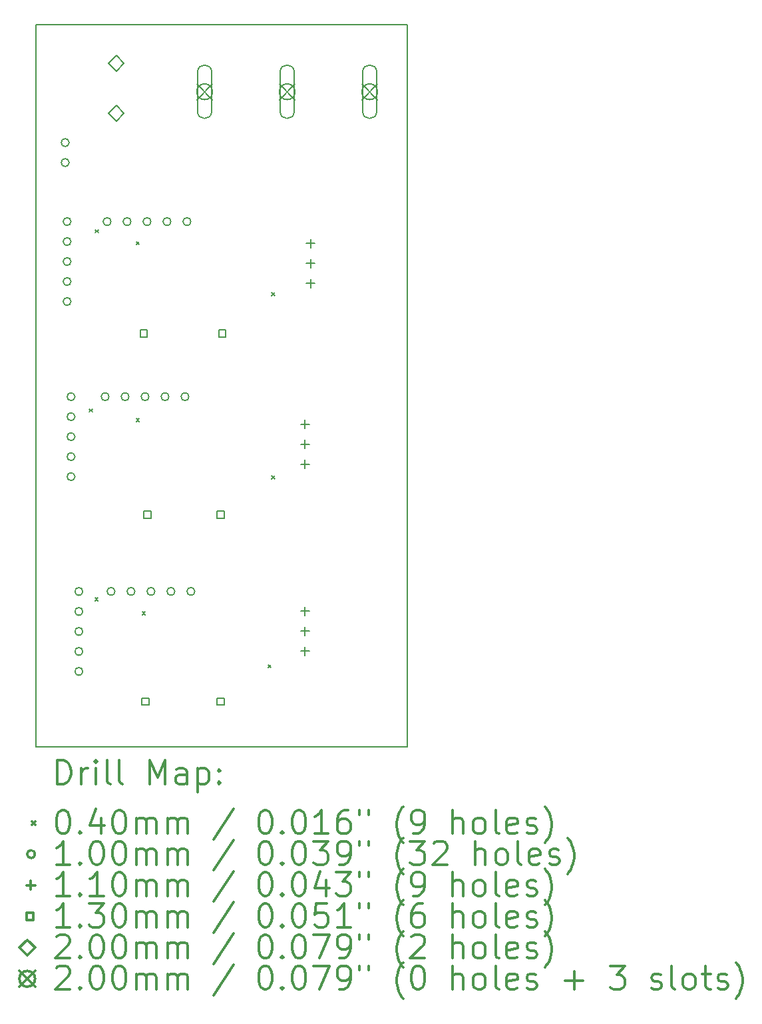
<source format=gbr>
%FSLAX45Y45*%
G04 Gerber Fmt 4.5, Leading zero omitted, Abs format (unit mm)*
G04 Created by KiCad (PCBNEW (5.0.1)-3) date 08.04.2021 14:22:42*
%MOMM*%
%LPD*%
G01*
G04 APERTURE LIST*
%ADD10C,0.150000*%
%ADD11C,0.200000*%
%ADD12C,0.300000*%
G04 APERTURE END LIST*
D10*
X13475000Y-11025000D02*
X13475000Y-1850000D01*
X18200000Y-11025000D02*
X13475000Y-11025000D01*
X18200000Y-1850000D02*
X18200000Y-11025000D01*
X13475000Y-1850000D02*
X18200000Y-1850000D01*
D11*
X14155000Y-6730000D02*
X14195000Y-6770000D01*
X14195000Y-6730000D02*
X14155000Y-6770000D01*
X14230000Y-9130000D02*
X14270000Y-9170000D01*
X14270000Y-9130000D02*
X14230000Y-9170000D01*
X14232316Y-4452931D02*
X14272316Y-4492931D01*
X14272316Y-4452931D02*
X14232316Y-4492931D01*
X14755000Y-4605000D02*
X14795000Y-4645000D01*
X14795000Y-4605000D02*
X14755000Y-4645000D01*
X14755000Y-6855000D02*
X14795000Y-6895000D01*
X14795000Y-6855000D02*
X14755000Y-6895000D01*
X14830000Y-9305000D02*
X14870000Y-9345000D01*
X14870000Y-9305000D02*
X14830000Y-9345000D01*
X16430000Y-9980000D02*
X16470000Y-10020000D01*
X16470000Y-9980000D02*
X16430000Y-10020000D01*
X16480000Y-5255000D02*
X16520000Y-5295000D01*
X16520000Y-5255000D02*
X16480000Y-5295000D01*
X16480000Y-7580000D02*
X16520000Y-7620000D01*
X16520000Y-7580000D02*
X16480000Y-7620000D01*
X14484000Y-9050000D02*
G75*
G03X14484000Y-9050000I-50000J0D01*
G01*
X14738000Y-9050000D02*
G75*
G03X14738000Y-9050000I-50000J0D01*
G01*
X14992000Y-9050000D02*
G75*
G03X14992000Y-9050000I-50000J0D01*
G01*
X15246000Y-9050000D02*
G75*
G03X15246000Y-9050000I-50000J0D01*
G01*
X15500000Y-9050000D02*
G75*
G03X15500000Y-9050000I-50000J0D01*
G01*
X13975000Y-6575000D02*
G75*
G03X13975000Y-6575000I-50000J0D01*
G01*
X13975000Y-6829000D02*
G75*
G03X13975000Y-6829000I-50000J0D01*
G01*
X13975000Y-7083000D02*
G75*
G03X13975000Y-7083000I-50000J0D01*
G01*
X13975000Y-7337000D02*
G75*
G03X13975000Y-7337000I-50000J0D01*
G01*
X13975000Y-7591000D02*
G75*
G03X13975000Y-7591000I-50000J0D01*
G01*
X14075000Y-9050000D02*
G75*
G03X14075000Y-9050000I-50000J0D01*
G01*
X14075000Y-9304000D02*
G75*
G03X14075000Y-9304000I-50000J0D01*
G01*
X14075000Y-9558000D02*
G75*
G03X14075000Y-9558000I-50000J0D01*
G01*
X14075000Y-9812000D02*
G75*
G03X14075000Y-9812000I-50000J0D01*
G01*
X14075000Y-10066000D02*
G75*
G03X14075000Y-10066000I-50000J0D01*
G01*
X13900000Y-3346000D02*
G75*
G03X13900000Y-3346000I-50000J0D01*
G01*
X13900000Y-3600000D02*
G75*
G03X13900000Y-3600000I-50000J0D01*
G01*
X13925000Y-4350000D02*
G75*
G03X13925000Y-4350000I-50000J0D01*
G01*
X13925000Y-4604000D02*
G75*
G03X13925000Y-4604000I-50000J0D01*
G01*
X13925000Y-4858000D02*
G75*
G03X13925000Y-4858000I-50000J0D01*
G01*
X13925000Y-5112000D02*
G75*
G03X13925000Y-5112000I-50000J0D01*
G01*
X13925000Y-5366000D02*
G75*
G03X13925000Y-5366000I-50000J0D01*
G01*
X14434000Y-4350000D02*
G75*
G03X14434000Y-4350000I-50000J0D01*
G01*
X14688000Y-4350000D02*
G75*
G03X14688000Y-4350000I-50000J0D01*
G01*
X14942000Y-4350000D02*
G75*
G03X14942000Y-4350000I-50000J0D01*
G01*
X15196000Y-4350000D02*
G75*
G03X15196000Y-4350000I-50000J0D01*
G01*
X15450000Y-4350000D02*
G75*
G03X15450000Y-4350000I-50000J0D01*
G01*
X14409000Y-6575000D02*
G75*
G03X14409000Y-6575000I-50000J0D01*
G01*
X14663000Y-6575000D02*
G75*
G03X14663000Y-6575000I-50000J0D01*
G01*
X14917000Y-6575000D02*
G75*
G03X14917000Y-6575000I-50000J0D01*
G01*
X15171000Y-6575000D02*
G75*
G03X15171000Y-6575000I-50000J0D01*
G01*
X15425000Y-6575000D02*
G75*
G03X15425000Y-6575000I-50000J0D01*
G01*
X16900000Y-9245000D02*
X16900000Y-9355000D01*
X16845000Y-9300000D02*
X16955000Y-9300000D01*
X16900000Y-9499000D02*
X16900000Y-9609000D01*
X16845000Y-9554000D02*
X16955000Y-9554000D01*
X16900000Y-9753000D02*
X16900000Y-9863000D01*
X16845000Y-9808000D02*
X16955000Y-9808000D01*
X16900000Y-6870000D02*
X16900000Y-6980000D01*
X16845000Y-6925000D02*
X16955000Y-6925000D01*
X16900000Y-7124000D02*
X16900000Y-7234000D01*
X16845000Y-7179000D02*
X16955000Y-7179000D01*
X16900000Y-7378000D02*
X16900000Y-7488000D01*
X16845000Y-7433000D02*
X16955000Y-7433000D01*
X16975000Y-4570000D02*
X16975000Y-4680000D01*
X16920000Y-4625000D02*
X17030000Y-4625000D01*
X16975000Y-4824000D02*
X16975000Y-4934000D01*
X16920000Y-4879000D02*
X17030000Y-4879000D01*
X16975000Y-5078000D02*
X16975000Y-5188000D01*
X16920000Y-5133000D02*
X17030000Y-5133000D01*
X15870962Y-10495962D02*
X15870962Y-10404038D01*
X15779038Y-10404038D01*
X15779038Y-10495962D01*
X15870962Y-10495962D01*
X14920962Y-10495962D02*
X14920962Y-10404038D01*
X14829038Y-10404038D01*
X14829038Y-10495962D01*
X14920962Y-10495962D01*
X15895962Y-5820962D02*
X15895962Y-5729038D01*
X15804038Y-5729038D01*
X15804038Y-5820962D01*
X15895962Y-5820962D01*
X15870962Y-8120962D02*
X15870962Y-8029038D01*
X15779038Y-8029038D01*
X15779038Y-8120962D01*
X15870962Y-8120962D01*
X14945962Y-8120962D02*
X14945962Y-8029038D01*
X14854038Y-8029038D01*
X14854038Y-8120962D01*
X14945962Y-8120962D01*
X14895962Y-5820962D02*
X14895962Y-5729038D01*
X14804038Y-5729038D01*
X14804038Y-5820962D01*
X14895962Y-5820962D01*
X14500000Y-2439949D02*
X14599949Y-2340000D01*
X14500000Y-2240051D01*
X14400051Y-2340000D01*
X14500000Y-2439949D01*
X14500000Y-3074949D02*
X14599949Y-2975000D01*
X14500000Y-2875051D01*
X14400051Y-2975000D01*
X14500000Y-3074949D01*
X15525000Y-2600000D02*
X15725000Y-2800000D01*
X15725000Y-2600000D02*
X15525000Y-2800000D01*
X15725000Y-2700000D02*
G75*
G03X15725000Y-2700000I-100000J0D01*
G01*
X15535000Y-2450000D02*
X15535000Y-2950000D01*
X15715000Y-2450000D02*
X15715000Y-2950000D01*
X15535000Y-2950000D02*
G75*
G03X15715000Y-2950000I90000J0D01*
G01*
X15715000Y-2450000D02*
G75*
G03X15535000Y-2450000I-90000J0D01*
G01*
X16575000Y-2600000D02*
X16775000Y-2800000D01*
X16775000Y-2600000D02*
X16575000Y-2800000D01*
X16775000Y-2700000D02*
G75*
G03X16775000Y-2700000I-100000J0D01*
G01*
X16585000Y-2450000D02*
X16585000Y-2950000D01*
X16765000Y-2450000D02*
X16765000Y-2950000D01*
X16585000Y-2950000D02*
G75*
G03X16765000Y-2950000I90000J0D01*
G01*
X16765000Y-2450000D02*
G75*
G03X16585000Y-2450000I-90000J0D01*
G01*
X17625000Y-2600000D02*
X17825000Y-2800000D01*
X17825000Y-2600000D02*
X17625000Y-2800000D01*
X17825000Y-2700000D02*
G75*
G03X17825000Y-2700000I-100000J0D01*
G01*
X17635000Y-2450000D02*
X17635000Y-2950000D01*
X17815000Y-2450000D02*
X17815000Y-2950000D01*
X17635000Y-2950000D02*
G75*
G03X17815000Y-2950000I90000J0D01*
G01*
X17815000Y-2450000D02*
G75*
G03X17635000Y-2450000I-90000J0D01*
G01*
D12*
X13753928Y-11498214D02*
X13753928Y-11198214D01*
X13825357Y-11198214D01*
X13868214Y-11212500D01*
X13896786Y-11241071D01*
X13911071Y-11269643D01*
X13925357Y-11326786D01*
X13925357Y-11369643D01*
X13911071Y-11426786D01*
X13896786Y-11455357D01*
X13868214Y-11483929D01*
X13825357Y-11498214D01*
X13753928Y-11498214D01*
X14053928Y-11498214D02*
X14053928Y-11298214D01*
X14053928Y-11355357D02*
X14068214Y-11326786D01*
X14082500Y-11312500D01*
X14111071Y-11298214D01*
X14139643Y-11298214D01*
X14239643Y-11498214D02*
X14239643Y-11298214D01*
X14239643Y-11198214D02*
X14225357Y-11212500D01*
X14239643Y-11226786D01*
X14253928Y-11212500D01*
X14239643Y-11198214D01*
X14239643Y-11226786D01*
X14425357Y-11498214D02*
X14396786Y-11483929D01*
X14382500Y-11455357D01*
X14382500Y-11198214D01*
X14582500Y-11498214D02*
X14553928Y-11483929D01*
X14539643Y-11455357D01*
X14539643Y-11198214D01*
X14925357Y-11498214D02*
X14925357Y-11198214D01*
X15025357Y-11412500D01*
X15125357Y-11198214D01*
X15125357Y-11498214D01*
X15396786Y-11498214D02*
X15396786Y-11341071D01*
X15382500Y-11312500D01*
X15353928Y-11298214D01*
X15296786Y-11298214D01*
X15268214Y-11312500D01*
X15396786Y-11483929D02*
X15368214Y-11498214D01*
X15296786Y-11498214D01*
X15268214Y-11483929D01*
X15253928Y-11455357D01*
X15253928Y-11426786D01*
X15268214Y-11398214D01*
X15296786Y-11383929D01*
X15368214Y-11383929D01*
X15396786Y-11369643D01*
X15539643Y-11298214D02*
X15539643Y-11598214D01*
X15539643Y-11312500D02*
X15568214Y-11298214D01*
X15625357Y-11298214D01*
X15653928Y-11312500D01*
X15668214Y-11326786D01*
X15682500Y-11355357D01*
X15682500Y-11441071D01*
X15668214Y-11469643D01*
X15653928Y-11483929D01*
X15625357Y-11498214D01*
X15568214Y-11498214D01*
X15539643Y-11483929D01*
X15811071Y-11469643D02*
X15825357Y-11483929D01*
X15811071Y-11498214D01*
X15796786Y-11483929D01*
X15811071Y-11469643D01*
X15811071Y-11498214D01*
X15811071Y-11312500D02*
X15825357Y-11326786D01*
X15811071Y-11341071D01*
X15796786Y-11326786D01*
X15811071Y-11312500D01*
X15811071Y-11341071D01*
X13427500Y-11972500D02*
X13467500Y-12012500D01*
X13467500Y-11972500D02*
X13427500Y-12012500D01*
X13811071Y-11828214D02*
X13839643Y-11828214D01*
X13868214Y-11842500D01*
X13882500Y-11856786D01*
X13896786Y-11885357D01*
X13911071Y-11942500D01*
X13911071Y-12013929D01*
X13896786Y-12071071D01*
X13882500Y-12099643D01*
X13868214Y-12113929D01*
X13839643Y-12128214D01*
X13811071Y-12128214D01*
X13782500Y-12113929D01*
X13768214Y-12099643D01*
X13753928Y-12071071D01*
X13739643Y-12013929D01*
X13739643Y-11942500D01*
X13753928Y-11885357D01*
X13768214Y-11856786D01*
X13782500Y-11842500D01*
X13811071Y-11828214D01*
X14039643Y-12099643D02*
X14053928Y-12113929D01*
X14039643Y-12128214D01*
X14025357Y-12113929D01*
X14039643Y-12099643D01*
X14039643Y-12128214D01*
X14311071Y-11928214D02*
X14311071Y-12128214D01*
X14239643Y-11813929D02*
X14168214Y-12028214D01*
X14353928Y-12028214D01*
X14525357Y-11828214D02*
X14553928Y-11828214D01*
X14582500Y-11842500D01*
X14596786Y-11856786D01*
X14611071Y-11885357D01*
X14625357Y-11942500D01*
X14625357Y-12013929D01*
X14611071Y-12071071D01*
X14596786Y-12099643D01*
X14582500Y-12113929D01*
X14553928Y-12128214D01*
X14525357Y-12128214D01*
X14496786Y-12113929D01*
X14482500Y-12099643D01*
X14468214Y-12071071D01*
X14453928Y-12013929D01*
X14453928Y-11942500D01*
X14468214Y-11885357D01*
X14482500Y-11856786D01*
X14496786Y-11842500D01*
X14525357Y-11828214D01*
X14753928Y-12128214D02*
X14753928Y-11928214D01*
X14753928Y-11956786D02*
X14768214Y-11942500D01*
X14796786Y-11928214D01*
X14839643Y-11928214D01*
X14868214Y-11942500D01*
X14882500Y-11971071D01*
X14882500Y-12128214D01*
X14882500Y-11971071D02*
X14896786Y-11942500D01*
X14925357Y-11928214D01*
X14968214Y-11928214D01*
X14996786Y-11942500D01*
X15011071Y-11971071D01*
X15011071Y-12128214D01*
X15153928Y-12128214D02*
X15153928Y-11928214D01*
X15153928Y-11956786D02*
X15168214Y-11942500D01*
X15196786Y-11928214D01*
X15239643Y-11928214D01*
X15268214Y-11942500D01*
X15282500Y-11971071D01*
X15282500Y-12128214D01*
X15282500Y-11971071D02*
X15296786Y-11942500D01*
X15325357Y-11928214D01*
X15368214Y-11928214D01*
X15396786Y-11942500D01*
X15411071Y-11971071D01*
X15411071Y-12128214D01*
X15996786Y-11813929D02*
X15739643Y-12199643D01*
X16382500Y-11828214D02*
X16411071Y-11828214D01*
X16439643Y-11842500D01*
X16453928Y-11856786D01*
X16468214Y-11885357D01*
X16482500Y-11942500D01*
X16482500Y-12013929D01*
X16468214Y-12071071D01*
X16453928Y-12099643D01*
X16439643Y-12113929D01*
X16411071Y-12128214D01*
X16382500Y-12128214D01*
X16353928Y-12113929D01*
X16339643Y-12099643D01*
X16325357Y-12071071D01*
X16311071Y-12013929D01*
X16311071Y-11942500D01*
X16325357Y-11885357D01*
X16339643Y-11856786D01*
X16353928Y-11842500D01*
X16382500Y-11828214D01*
X16611071Y-12099643D02*
X16625357Y-12113929D01*
X16611071Y-12128214D01*
X16596786Y-12113929D01*
X16611071Y-12099643D01*
X16611071Y-12128214D01*
X16811071Y-11828214D02*
X16839643Y-11828214D01*
X16868214Y-11842500D01*
X16882500Y-11856786D01*
X16896786Y-11885357D01*
X16911071Y-11942500D01*
X16911071Y-12013929D01*
X16896786Y-12071071D01*
X16882500Y-12099643D01*
X16868214Y-12113929D01*
X16839643Y-12128214D01*
X16811071Y-12128214D01*
X16782500Y-12113929D01*
X16768214Y-12099643D01*
X16753928Y-12071071D01*
X16739643Y-12013929D01*
X16739643Y-11942500D01*
X16753928Y-11885357D01*
X16768214Y-11856786D01*
X16782500Y-11842500D01*
X16811071Y-11828214D01*
X17196786Y-12128214D02*
X17025357Y-12128214D01*
X17111071Y-12128214D02*
X17111071Y-11828214D01*
X17082500Y-11871071D01*
X17053928Y-11899643D01*
X17025357Y-11913929D01*
X17453928Y-11828214D02*
X17396786Y-11828214D01*
X17368214Y-11842500D01*
X17353928Y-11856786D01*
X17325357Y-11899643D01*
X17311071Y-11956786D01*
X17311071Y-12071071D01*
X17325357Y-12099643D01*
X17339643Y-12113929D01*
X17368214Y-12128214D01*
X17425357Y-12128214D01*
X17453928Y-12113929D01*
X17468214Y-12099643D01*
X17482500Y-12071071D01*
X17482500Y-11999643D01*
X17468214Y-11971071D01*
X17453928Y-11956786D01*
X17425357Y-11942500D01*
X17368214Y-11942500D01*
X17339643Y-11956786D01*
X17325357Y-11971071D01*
X17311071Y-11999643D01*
X17596786Y-11828214D02*
X17596786Y-11885357D01*
X17711071Y-11828214D02*
X17711071Y-11885357D01*
X18153928Y-12242500D02*
X18139643Y-12228214D01*
X18111071Y-12185357D01*
X18096786Y-12156786D01*
X18082500Y-12113929D01*
X18068214Y-12042500D01*
X18068214Y-11985357D01*
X18082500Y-11913929D01*
X18096786Y-11871071D01*
X18111071Y-11842500D01*
X18139643Y-11799643D01*
X18153928Y-11785357D01*
X18282500Y-12128214D02*
X18339643Y-12128214D01*
X18368214Y-12113929D01*
X18382500Y-12099643D01*
X18411071Y-12056786D01*
X18425357Y-11999643D01*
X18425357Y-11885357D01*
X18411071Y-11856786D01*
X18396786Y-11842500D01*
X18368214Y-11828214D01*
X18311071Y-11828214D01*
X18282500Y-11842500D01*
X18268214Y-11856786D01*
X18253928Y-11885357D01*
X18253928Y-11956786D01*
X18268214Y-11985357D01*
X18282500Y-11999643D01*
X18311071Y-12013929D01*
X18368214Y-12013929D01*
X18396786Y-11999643D01*
X18411071Y-11985357D01*
X18425357Y-11956786D01*
X18782500Y-12128214D02*
X18782500Y-11828214D01*
X18911071Y-12128214D02*
X18911071Y-11971071D01*
X18896786Y-11942500D01*
X18868214Y-11928214D01*
X18825357Y-11928214D01*
X18796786Y-11942500D01*
X18782500Y-11956786D01*
X19096786Y-12128214D02*
X19068214Y-12113929D01*
X19053928Y-12099643D01*
X19039643Y-12071071D01*
X19039643Y-11985357D01*
X19053928Y-11956786D01*
X19068214Y-11942500D01*
X19096786Y-11928214D01*
X19139643Y-11928214D01*
X19168214Y-11942500D01*
X19182500Y-11956786D01*
X19196786Y-11985357D01*
X19196786Y-12071071D01*
X19182500Y-12099643D01*
X19168214Y-12113929D01*
X19139643Y-12128214D01*
X19096786Y-12128214D01*
X19368214Y-12128214D02*
X19339643Y-12113929D01*
X19325357Y-12085357D01*
X19325357Y-11828214D01*
X19596786Y-12113929D02*
X19568214Y-12128214D01*
X19511071Y-12128214D01*
X19482500Y-12113929D01*
X19468214Y-12085357D01*
X19468214Y-11971071D01*
X19482500Y-11942500D01*
X19511071Y-11928214D01*
X19568214Y-11928214D01*
X19596786Y-11942500D01*
X19611071Y-11971071D01*
X19611071Y-11999643D01*
X19468214Y-12028214D01*
X19725357Y-12113929D02*
X19753928Y-12128214D01*
X19811071Y-12128214D01*
X19839643Y-12113929D01*
X19853928Y-12085357D01*
X19853928Y-12071071D01*
X19839643Y-12042500D01*
X19811071Y-12028214D01*
X19768214Y-12028214D01*
X19739643Y-12013929D01*
X19725357Y-11985357D01*
X19725357Y-11971071D01*
X19739643Y-11942500D01*
X19768214Y-11928214D01*
X19811071Y-11928214D01*
X19839643Y-11942500D01*
X19953928Y-12242500D02*
X19968214Y-12228214D01*
X19996786Y-12185357D01*
X20011071Y-12156786D01*
X20025357Y-12113929D01*
X20039643Y-12042500D01*
X20039643Y-11985357D01*
X20025357Y-11913929D01*
X20011071Y-11871071D01*
X19996786Y-11842500D01*
X19968214Y-11799643D01*
X19953928Y-11785357D01*
X13467500Y-12388500D02*
G75*
G03X13467500Y-12388500I-50000J0D01*
G01*
X13911071Y-12524214D02*
X13739643Y-12524214D01*
X13825357Y-12524214D02*
X13825357Y-12224214D01*
X13796786Y-12267071D01*
X13768214Y-12295643D01*
X13739643Y-12309929D01*
X14039643Y-12495643D02*
X14053928Y-12509929D01*
X14039643Y-12524214D01*
X14025357Y-12509929D01*
X14039643Y-12495643D01*
X14039643Y-12524214D01*
X14239643Y-12224214D02*
X14268214Y-12224214D01*
X14296786Y-12238500D01*
X14311071Y-12252786D01*
X14325357Y-12281357D01*
X14339643Y-12338500D01*
X14339643Y-12409929D01*
X14325357Y-12467071D01*
X14311071Y-12495643D01*
X14296786Y-12509929D01*
X14268214Y-12524214D01*
X14239643Y-12524214D01*
X14211071Y-12509929D01*
X14196786Y-12495643D01*
X14182500Y-12467071D01*
X14168214Y-12409929D01*
X14168214Y-12338500D01*
X14182500Y-12281357D01*
X14196786Y-12252786D01*
X14211071Y-12238500D01*
X14239643Y-12224214D01*
X14525357Y-12224214D02*
X14553928Y-12224214D01*
X14582500Y-12238500D01*
X14596786Y-12252786D01*
X14611071Y-12281357D01*
X14625357Y-12338500D01*
X14625357Y-12409929D01*
X14611071Y-12467071D01*
X14596786Y-12495643D01*
X14582500Y-12509929D01*
X14553928Y-12524214D01*
X14525357Y-12524214D01*
X14496786Y-12509929D01*
X14482500Y-12495643D01*
X14468214Y-12467071D01*
X14453928Y-12409929D01*
X14453928Y-12338500D01*
X14468214Y-12281357D01*
X14482500Y-12252786D01*
X14496786Y-12238500D01*
X14525357Y-12224214D01*
X14753928Y-12524214D02*
X14753928Y-12324214D01*
X14753928Y-12352786D02*
X14768214Y-12338500D01*
X14796786Y-12324214D01*
X14839643Y-12324214D01*
X14868214Y-12338500D01*
X14882500Y-12367071D01*
X14882500Y-12524214D01*
X14882500Y-12367071D02*
X14896786Y-12338500D01*
X14925357Y-12324214D01*
X14968214Y-12324214D01*
X14996786Y-12338500D01*
X15011071Y-12367071D01*
X15011071Y-12524214D01*
X15153928Y-12524214D02*
X15153928Y-12324214D01*
X15153928Y-12352786D02*
X15168214Y-12338500D01*
X15196786Y-12324214D01*
X15239643Y-12324214D01*
X15268214Y-12338500D01*
X15282500Y-12367071D01*
X15282500Y-12524214D01*
X15282500Y-12367071D02*
X15296786Y-12338500D01*
X15325357Y-12324214D01*
X15368214Y-12324214D01*
X15396786Y-12338500D01*
X15411071Y-12367071D01*
X15411071Y-12524214D01*
X15996786Y-12209929D02*
X15739643Y-12595643D01*
X16382500Y-12224214D02*
X16411071Y-12224214D01*
X16439643Y-12238500D01*
X16453928Y-12252786D01*
X16468214Y-12281357D01*
X16482500Y-12338500D01*
X16482500Y-12409929D01*
X16468214Y-12467071D01*
X16453928Y-12495643D01*
X16439643Y-12509929D01*
X16411071Y-12524214D01*
X16382500Y-12524214D01*
X16353928Y-12509929D01*
X16339643Y-12495643D01*
X16325357Y-12467071D01*
X16311071Y-12409929D01*
X16311071Y-12338500D01*
X16325357Y-12281357D01*
X16339643Y-12252786D01*
X16353928Y-12238500D01*
X16382500Y-12224214D01*
X16611071Y-12495643D02*
X16625357Y-12509929D01*
X16611071Y-12524214D01*
X16596786Y-12509929D01*
X16611071Y-12495643D01*
X16611071Y-12524214D01*
X16811071Y-12224214D02*
X16839643Y-12224214D01*
X16868214Y-12238500D01*
X16882500Y-12252786D01*
X16896786Y-12281357D01*
X16911071Y-12338500D01*
X16911071Y-12409929D01*
X16896786Y-12467071D01*
X16882500Y-12495643D01*
X16868214Y-12509929D01*
X16839643Y-12524214D01*
X16811071Y-12524214D01*
X16782500Y-12509929D01*
X16768214Y-12495643D01*
X16753928Y-12467071D01*
X16739643Y-12409929D01*
X16739643Y-12338500D01*
X16753928Y-12281357D01*
X16768214Y-12252786D01*
X16782500Y-12238500D01*
X16811071Y-12224214D01*
X17011071Y-12224214D02*
X17196786Y-12224214D01*
X17096786Y-12338500D01*
X17139643Y-12338500D01*
X17168214Y-12352786D01*
X17182500Y-12367071D01*
X17196786Y-12395643D01*
X17196786Y-12467071D01*
X17182500Y-12495643D01*
X17168214Y-12509929D01*
X17139643Y-12524214D01*
X17053928Y-12524214D01*
X17025357Y-12509929D01*
X17011071Y-12495643D01*
X17339643Y-12524214D02*
X17396786Y-12524214D01*
X17425357Y-12509929D01*
X17439643Y-12495643D01*
X17468214Y-12452786D01*
X17482500Y-12395643D01*
X17482500Y-12281357D01*
X17468214Y-12252786D01*
X17453928Y-12238500D01*
X17425357Y-12224214D01*
X17368214Y-12224214D01*
X17339643Y-12238500D01*
X17325357Y-12252786D01*
X17311071Y-12281357D01*
X17311071Y-12352786D01*
X17325357Y-12381357D01*
X17339643Y-12395643D01*
X17368214Y-12409929D01*
X17425357Y-12409929D01*
X17453928Y-12395643D01*
X17468214Y-12381357D01*
X17482500Y-12352786D01*
X17596786Y-12224214D02*
X17596786Y-12281357D01*
X17711071Y-12224214D02*
X17711071Y-12281357D01*
X18153928Y-12638500D02*
X18139643Y-12624214D01*
X18111071Y-12581357D01*
X18096786Y-12552786D01*
X18082500Y-12509929D01*
X18068214Y-12438500D01*
X18068214Y-12381357D01*
X18082500Y-12309929D01*
X18096786Y-12267071D01*
X18111071Y-12238500D01*
X18139643Y-12195643D01*
X18153928Y-12181357D01*
X18239643Y-12224214D02*
X18425357Y-12224214D01*
X18325357Y-12338500D01*
X18368214Y-12338500D01*
X18396786Y-12352786D01*
X18411071Y-12367071D01*
X18425357Y-12395643D01*
X18425357Y-12467071D01*
X18411071Y-12495643D01*
X18396786Y-12509929D01*
X18368214Y-12524214D01*
X18282500Y-12524214D01*
X18253928Y-12509929D01*
X18239643Y-12495643D01*
X18539643Y-12252786D02*
X18553928Y-12238500D01*
X18582500Y-12224214D01*
X18653928Y-12224214D01*
X18682500Y-12238500D01*
X18696786Y-12252786D01*
X18711071Y-12281357D01*
X18711071Y-12309929D01*
X18696786Y-12352786D01*
X18525357Y-12524214D01*
X18711071Y-12524214D01*
X19068214Y-12524214D02*
X19068214Y-12224214D01*
X19196786Y-12524214D02*
X19196786Y-12367071D01*
X19182500Y-12338500D01*
X19153928Y-12324214D01*
X19111071Y-12324214D01*
X19082500Y-12338500D01*
X19068214Y-12352786D01*
X19382500Y-12524214D02*
X19353928Y-12509929D01*
X19339643Y-12495643D01*
X19325357Y-12467071D01*
X19325357Y-12381357D01*
X19339643Y-12352786D01*
X19353928Y-12338500D01*
X19382500Y-12324214D01*
X19425357Y-12324214D01*
X19453928Y-12338500D01*
X19468214Y-12352786D01*
X19482500Y-12381357D01*
X19482500Y-12467071D01*
X19468214Y-12495643D01*
X19453928Y-12509929D01*
X19425357Y-12524214D01*
X19382500Y-12524214D01*
X19653928Y-12524214D02*
X19625357Y-12509929D01*
X19611071Y-12481357D01*
X19611071Y-12224214D01*
X19882500Y-12509929D02*
X19853928Y-12524214D01*
X19796786Y-12524214D01*
X19768214Y-12509929D01*
X19753928Y-12481357D01*
X19753928Y-12367071D01*
X19768214Y-12338500D01*
X19796786Y-12324214D01*
X19853928Y-12324214D01*
X19882500Y-12338500D01*
X19896786Y-12367071D01*
X19896786Y-12395643D01*
X19753928Y-12424214D01*
X20011071Y-12509929D02*
X20039643Y-12524214D01*
X20096786Y-12524214D01*
X20125357Y-12509929D01*
X20139643Y-12481357D01*
X20139643Y-12467071D01*
X20125357Y-12438500D01*
X20096786Y-12424214D01*
X20053928Y-12424214D01*
X20025357Y-12409929D01*
X20011071Y-12381357D01*
X20011071Y-12367071D01*
X20025357Y-12338500D01*
X20053928Y-12324214D01*
X20096786Y-12324214D01*
X20125357Y-12338500D01*
X20239643Y-12638500D02*
X20253928Y-12624214D01*
X20282500Y-12581357D01*
X20296786Y-12552786D01*
X20311071Y-12509929D01*
X20325357Y-12438500D01*
X20325357Y-12381357D01*
X20311071Y-12309929D01*
X20296786Y-12267071D01*
X20282500Y-12238500D01*
X20253928Y-12195643D01*
X20239643Y-12181357D01*
X13412500Y-12729500D02*
X13412500Y-12839500D01*
X13357500Y-12784500D02*
X13467500Y-12784500D01*
X13911071Y-12920214D02*
X13739643Y-12920214D01*
X13825357Y-12920214D02*
X13825357Y-12620214D01*
X13796786Y-12663071D01*
X13768214Y-12691643D01*
X13739643Y-12705929D01*
X14039643Y-12891643D02*
X14053928Y-12905929D01*
X14039643Y-12920214D01*
X14025357Y-12905929D01*
X14039643Y-12891643D01*
X14039643Y-12920214D01*
X14339643Y-12920214D02*
X14168214Y-12920214D01*
X14253928Y-12920214D02*
X14253928Y-12620214D01*
X14225357Y-12663071D01*
X14196786Y-12691643D01*
X14168214Y-12705929D01*
X14525357Y-12620214D02*
X14553928Y-12620214D01*
X14582500Y-12634500D01*
X14596786Y-12648786D01*
X14611071Y-12677357D01*
X14625357Y-12734500D01*
X14625357Y-12805929D01*
X14611071Y-12863071D01*
X14596786Y-12891643D01*
X14582500Y-12905929D01*
X14553928Y-12920214D01*
X14525357Y-12920214D01*
X14496786Y-12905929D01*
X14482500Y-12891643D01*
X14468214Y-12863071D01*
X14453928Y-12805929D01*
X14453928Y-12734500D01*
X14468214Y-12677357D01*
X14482500Y-12648786D01*
X14496786Y-12634500D01*
X14525357Y-12620214D01*
X14753928Y-12920214D02*
X14753928Y-12720214D01*
X14753928Y-12748786D02*
X14768214Y-12734500D01*
X14796786Y-12720214D01*
X14839643Y-12720214D01*
X14868214Y-12734500D01*
X14882500Y-12763071D01*
X14882500Y-12920214D01*
X14882500Y-12763071D02*
X14896786Y-12734500D01*
X14925357Y-12720214D01*
X14968214Y-12720214D01*
X14996786Y-12734500D01*
X15011071Y-12763071D01*
X15011071Y-12920214D01*
X15153928Y-12920214D02*
X15153928Y-12720214D01*
X15153928Y-12748786D02*
X15168214Y-12734500D01*
X15196786Y-12720214D01*
X15239643Y-12720214D01*
X15268214Y-12734500D01*
X15282500Y-12763071D01*
X15282500Y-12920214D01*
X15282500Y-12763071D02*
X15296786Y-12734500D01*
X15325357Y-12720214D01*
X15368214Y-12720214D01*
X15396786Y-12734500D01*
X15411071Y-12763071D01*
X15411071Y-12920214D01*
X15996786Y-12605929D02*
X15739643Y-12991643D01*
X16382500Y-12620214D02*
X16411071Y-12620214D01*
X16439643Y-12634500D01*
X16453928Y-12648786D01*
X16468214Y-12677357D01*
X16482500Y-12734500D01*
X16482500Y-12805929D01*
X16468214Y-12863071D01*
X16453928Y-12891643D01*
X16439643Y-12905929D01*
X16411071Y-12920214D01*
X16382500Y-12920214D01*
X16353928Y-12905929D01*
X16339643Y-12891643D01*
X16325357Y-12863071D01*
X16311071Y-12805929D01*
X16311071Y-12734500D01*
X16325357Y-12677357D01*
X16339643Y-12648786D01*
X16353928Y-12634500D01*
X16382500Y-12620214D01*
X16611071Y-12891643D02*
X16625357Y-12905929D01*
X16611071Y-12920214D01*
X16596786Y-12905929D01*
X16611071Y-12891643D01*
X16611071Y-12920214D01*
X16811071Y-12620214D02*
X16839643Y-12620214D01*
X16868214Y-12634500D01*
X16882500Y-12648786D01*
X16896786Y-12677357D01*
X16911071Y-12734500D01*
X16911071Y-12805929D01*
X16896786Y-12863071D01*
X16882500Y-12891643D01*
X16868214Y-12905929D01*
X16839643Y-12920214D01*
X16811071Y-12920214D01*
X16782500Y-12905929D01*
X16768214Y-12891643D01*
X16753928Y-12863071D01*
X16739643Y-12805929D01*
X16739643Y-12734500D01*
X16753928Y-12677357D01*
X16768214Y-12648786D01*
X16782500Y-12634500D01*
X16811071Y-12620214D01*
X17168214Y-12720214D02*
X17168214Y-12920214D01*
X17096786Y-12605929D02*
X17025357Y-12820214D01*
X17211071Y-12820214D01*
X17296786Y-12620214D02*
X17482500Y-12620214D01*
X17382500Y-12734500D01*
X17425357Y-12734500D01*
X17453928Y-12748786D01*
X17468214Y-12763071D01*
X17482500Y-12791643D01*
X17482500Y-12863071D01*
X17468214Y-12891643D01*
X17453928Y-12905929D01*
X17425357Y-12920214D01*
X17339643Y-12920214D01*
X17311071Y-12905929D01*
X17296786Y-12891643D01*
X17596786Y-12620214D02*
X17596786Y-12677357D01*
X17711071Y-12620214D02*
X17711071Y-12677357D01*
X18153928Y-13034500D02*
X18139643Y-13020214D01*
X18111071Y-12977357D01*
X18096786Y-12948786D01*
X18082500Y-12905929D01*
X18068214Y-12834500D01*
X18068214Y-12777357D01*
X18082500Y-12705929D01*
X18096786Y-12663071D01*
X18111071Y-12634500D01*
X18139643Y-12591643D01*
X18153928Y-12577357D01*
X18282500Y-12920214D02*
X18339643Y-12920214D01*
X18368214Y-12905929D01*
X18382500Y-12891643D01*
X18411071Y-12848786D01*
X18425357Y-12791643D01*
X18425357Y-12677357D01*
X18411071Y-12648786D01*
X18396786Y-12634500D01*
X18368214Y-12620214D01*
X18311071Y-12620214D01*
X18282500Y-12634500D01*
X18268214Y-12648786D01*
X18253928Y-12677357D01*
X18253928Y-12748786D01*
X18268214Y-12777357D01*
X18282500Y-12791643D01*
X18311071Y-12805929D01*
X18368214Y-12805929D01*
X18396786Y-12791643D01*
X18411071Y-12777357D01*
X18425357Y-12748786D01*
X18782500Y-12920214D02*
X18782500Y-12620214D01*
X18911071Y-12920214D02*
X18911071Y-12763071D01*
X18896786Y-12734500D01*
X18868214Y-12720214D01*
X18825357Y-12720214D01*
X18796786Y-12734500D01*
X18782500Y-12748786D01*
X19096786Y-12920214D02*
X19068214Y-12905929D01*
X19053928Y-12891643D01*
X19039643Y-12863071D01*
X19039643Y-12777357D01*
X19053928Y-12748786D01*
X19068214Y-12734500D01*
X19096786Y-12720214D01*
X19139643Y-12720214D01*
X19168214Y-12734500D01*
X19182500Y-12748786D01*
X19196786Y-12777357D01*
X19196786Y-12863071D01*
X19182500Y-12891643D01*
X19168214Y-12905929D01*
X19139643Y-12920214D01*
X19096786Y-12920214D01*
X19368214Y-12920214D02*
X19339643Y-12905929D01*
X19325357Y-12877357D01*
X19325357Y-12620214D01*
X19596786Y-12905929D02*
X19568214Y-12920214D01*
X19511071Y-12920214D01*
X19482500Y-12905929D01*
X19468214Y-12877357D01*
X19468214Y-12763071D01*
X19482500Y-12734500D01*
X19511071Y-12720214D01*
X19568214Y-12720214D01*
X19596786Y-12734500D01*
X19611071Y-12763071D01*
X19611071Y-12791643D01*
X19468214Y-12820214D01*
X19725357Y-12905929D02*
X19753928Y-12920214D01*
X19811071Y-12920214D01*
X19839643Y-12905929D01*
X19853928Y-12877357D01*
X19853928Y-12863071D01*
X19839643Y-12834500D01*
X19811071Y-12820214D01*
X19768214Y-12820214D01*
X19739643Y-12805929D01*
X19725357Y-12777357D01*
X19725357Y-12763071D01*
X19739643Y-12734500D01*
X19768214Y-12720214D01*
X19811071Y-12720214D01*
X19839643Y-12734500D01*
X19953928Y-13034500D02*
X19968214Y-13020214D01*
X19996786Y-12977357D01*
X20011071Y-12948786D01*
X20025357Y-12905929D01*
X20039643Y-12834500D01*
X20039643Y-12777357D01*
X20025357Y-12705929D01*
X20011071Y-12663071D01*
X19996786Y-12634500D01*
X19968214Y-12591643D01*
X19953928Y-12577357D01*
X13448462Y-13226462D02*
X13448462Y-13134538D01*
X13356537Y-13134538D01*
X13356537Y-13226462D01*
X13448462Y-13226462D01*
X13911071Y-13316214D02*
X13739643Y-13316214D01*
X13825357Y-13316214D02*
X13825357Y-13016214D01*
X13796786Y-13059071D01*
X13768214Y-13087643D01*
X13739643Y-13101929D01*
X14039643Y-13287643D02*
X14053928Y-13301929D01*
X14039643Y-13316214D01*
X14025357Y-13301929D01*
X14039643Y-13287643D01*
X14039643Y-13316214D01*
X14153928Y-13016214D02*
X14339643Y-13016214D01*
X14239643Y-13130500D01*
X14282500Y-13130500D01*
X14311071Y-13144786D01*
X14325357Y-13159071D01*
X14339643Y-13187643D01*
X14339643Y-13259071D01*
X14325357Y-13287643D01*
X14311071Y-13301929D01*
X14282500Y-13316214D01*
X14196786Y-13316214D01*
X14168214Y-13301929D01*
X14153928Y-13287643D01*
X14525357Y-13016214D02*
X14553928Y-13016214D01*
X14582500Y-13030500D01*
X14596786Y-13044786D01*
X14611071Y-13073357D01*
X14625357Y-13130500D01*
X14625357Y-13201929D01*
X14611071Y-13259071D01*
X14596786Y-13287643D01*
X14582500Y-13301929D01*
X14553928Y-13316214D01*
X14525357Y-13316214D01*
X14496786Y-13301929D01*
X14482500Y-13287643D01*
X14468214Y-13259071D01*
X14453928Y-13201929D01*
X14453928Y-13130500D01*
X14468214Y-13073357D01*
X14482500Y-13044786D01*
X14496786Y-13030500D01*
X14525357Y-13016214D01*
X14753928Y-13316214D02*
X14753928Y-13116214D01*
X14753928Y-13144786D02*
X14768214Y-13130500D01*
X14796786Y-13116214D01*
X14839643Y-13116214D01*
X14868214Y-13130500D01*
X14882500Y-13159071D01*
X14882500Y-13316214D01*
X14882500Y-13159071D02*
X14896786Y-13130500D01*
X14925357Y-13116214D01*
X14968214Y-13116214D01*
X14996786Y-13130500D01*
X15011071Y-13159071D01*
X15011071Y-13316214D01*
X15153928Y-13316214D02*
X15153928Y-13116214D01*
X15153928Y-13144786D02*
X15168214Y-13130500D01*
X15196786Y-13116214D01*
X15239643Y-13116214D01*
X15268214Y-13130500D01*
X15282500Y-13159071D01*
X15282500Y-13316214D01*
X15282500Y-13159071D02*
X15296786Y-13130500D01*
X15325357Y-13116214D01*
X15368214Y-13116214D01*
X15396786Y-13130500D01*
X15411071Y-13159071D01*
X15411071Y-13316214D01*
X15996786Y-13001929D02*
X15739643Y-13387643D01*
X16382500Y-13016214D02*
X16411071Y-13016214D01*
X16439643Y-13030500D01*
X16453928Y-13044786D01*
X16468214Y-13073357D01*
X16482500Y-13130500D01*
X16482500Y-13201929D01*
X16468214Y-13259071D01*
X16453928Y-13287643D01*
X16439643Y-13301929D01*
X16411071Y-13316214D01*
X16382500Y-13316214D01*
X16353928Y-13301929D01*
X16339643Y-13287643D01*
X16325357Y-13259071D01*
X16311071Y-13201929D01*
X16311071Y-13130500D01*
X16325357Y-13073357D01*
X16339643Y-13044786D01*
X16353928Y-13030500D01*
X16382500Y-13016214D01*
X16611071Y-13287643D02*
X16625357Y-13301929D01*
X16611071Y-13316214D01*
X16596786Y-13301929D01*
X16611071Y-13287643D01*
X16611071Y-13316214D01*
X16811071Y-13016214D02*
X16839643Y-13016214D01*
X16868214Y-13030500D01*
X16882500Y-13044786D01*
X16896786Y-13073357D01*
X16911071Y-13130500D01*
X16911071Y-13201929D01*
X16896786Y-13259071D01*
X16882500Y-13287643D01*
X16868214Y-13301929D01*
X16839643Y-13316214D01*
X16811071Y-13316214D01*
X16782500Y-13301929D01*
X16768214Y-13287643D01*
X16753928Y-13259071D01*
X16739643Y-13201929D01*
X16739643Y-13130500D01*
X16753928Y-13073357D01*
X16768214Y-13044786D01*
X16782500Y-13030500D01*
X16811071Y-13016214D01*
X17182500Y-13016214D02*
X17039643Y-13016214D01*
X17025357Y-13159071D01*
X17039643Y-13144786D01*
X17068214Y-13130500D01*
X17139643Y-13130500D01*
X17168214Y-13144786D01*
X17182500Y-13159071D01*
X17196786Y-13187643D01*
X17196786Y-13259071D01*
X17182500Y-13287643D01*
X17168214Y-13301929D01*
X17139643Y-13316214D01*
X17068214Y-13316214D01*
X17039643Y-13301929D01*
X17025357Y-13287643D01*
X17482500Y-13316214D02*
X17311071Y-13316214D01*
X17396786Y-13316214D02*
X17396786Y-13016214D01*
X17368214Y-13059071D01*
X17339643Y-13087643D01*
X17311071Y-13101929D01*
X17596786Y-13016214D02*
X17596786Y-13073357D01*
X17711071Y-13016214D02*
X17711071Y-13073357D01*
X18153928Y-13430500D02*
X18139643Y-13416214D01*
X18111071Y-13373357D01*
X18096786Y-13344786D01*
X18082500Y-13301929D01*
X18068214Y-13230500D01*
X18068214Y-13173357D01*
X18082500Y-13101929D01*
X18096786Y-13059071D01*
X18111071Y-13030500D01*
X18139643Y-12987643D01*
X18153928Y-12973357D01*
X18396786Y-13016214D02*
X18339643Y-13016214D01*
X18311071Y-13030500D01*
X18296786Y-13044786D01*
X18268214Y-13087643D01*
X18253928Y-13144786D01*
X18253928Y-13259071D01*
X18268214Y-13287643D01*
X18282500Y-13301929D01*
X18311071Y-13316214D01*
X18368214Y-13316214D01*
X18396786Y-13301929D01*
X18411071Y-13287643D01*
X18425357Y-13259071D01*
X18425357Y-13187643D01*
X18411071Y-13159071D01*
X18396786Y-13144786D01*
X18368214Y-13130500D01*
X18311071Y-13130500D01*
X18282500Y-13144786D01*
X18268214Y-13159071D01*
X18253928Y-13187643D01*
X18782500Y-13316214D02*
X18782500Y-13016214D01*
X18911071Y-13316214D02*
X18911071Y-13159071D01*
X18896786Y-13130500D01*
X18868214Y-13116214D01*
X18825357Y-13116214D01*
X18796786Y-13130500D01*
X18782500Y-13144786D01*
X19096786Y-13316214D02*
X19068214Y-13301929D01*
X19053928Y-13287643D01*
X19039643Y-13259071D01*
X19039643Y-13173357D01*
X19053928Y-13144786D01*
X19068214Y-13130500D01*
X19096786Y-13116214D01*
X19139643Y-13116214D01*
X19168214Y-13130500D01*
X19182500Y-13144786D01*
X19196786Y-13173357D01*
X19196786Y-13259071D01*
X19182500Y-13287643D01*
X19168214Y-13301929D01*
X19139643Y-13316214D01*
X19096786Y-13316214D01*
X19368214Y-13316214D02*
X19339643Y-13301929D01*
X19325357Y-13273357D01*
X19325357Y-13016214D01*
X19596786Y-13301929D02*
X19568214Y-13316214D01*
X19511071Y-13316214D01*
X19482500Y-13301929D01*
X19468214Y-13273357D01*
X19468214Y-13159071D01*
X19482500Y-13130500D01*
X19511071Y-13116214D01*
X19568214Y-13116214D01*
X19596786Y-13130500D01*
X19611071Y-13159071D01*
X19611071Y-13187643D01*
X19468214Y-13216214D01*
X19725357Y-13301929D02*
X19753928Y-13316214D01*
X19811071Y-13316214D01*
X19839643Y-13301929D01*
X19853928Y-13273357D01*
X19853928Y-13259071D01*
X19839643Y-13230500D01*
X19811071Y-13216214D01*
X19768214Y-13216214D01*
X19739643Y-13201929D01*
X19725357Y-13173357D01*
X19725357Y-13159071D01*
X19739643Y-13130500D01*
X19768214Y-13116214D01*
X19811071Y-13116214D01*
X19839643Y-13130500D01*
X19953928Y-13430500D02*
X19968214Y-13416214D01*
X19996786Y-13373357D01*
X20011071Y-13344786D01*
X20025357Y-13301929D01*
X20039643Y-13230500D01*
X20039643Y-13173357D01*
X20025357Y-13101929D01*
X20011071Y-13059071D01*
X19996786Y-13030500D01*
X19968214Y-12987643D01*
X19953928Y-12973357D01*
X13367551Y-13676449D02*
X13467500Y-13576500D01*
X13367551Y-13476551D01*
X13267602Y-13576500D01*
X13367551Y-13676449D01*
X13739643Y-13440786D02*
X13753928Y-13426500D01*
X13782500Y-13412214D01*
X13853928Y-13412214D01*
X13882500Y-13426500D01*
X13896786Y-13440786D01*
X13911071Y-13469357D01*
X13911071Y-13497929D01*
X13896786Y-13540786D01*
X13725357Y-13712214D01*
X13911071Y-13712214D01*
X14039643Y-13683643D02*
X14053928Y-13697929D01*
X14039643Y-13712214D01*
X14025357Y-13697929D01*
X14039643Y-13683643D01*
X14039643Y-13712214D01*
X14239643Y-13412214D02*
X14268214Y-13412214D01*
X14296786Y-13426500D01*
X14311071Y-13440786D01*
X14325357Y-13469357D01*
X14339643Y-13526500D01*
X14339643Y-13597929D01*
X14325357Y-13655071D01*
X14311071Y-13683643D01*
X14296786Y-13697929D01*
X14268214Y-13712214D01*
X14239643Y-13712214D01*
X14211071Y-13697929D01*
X14196786Y-13683643D01*
X14182500Y-13655071D01*
X14168214Y-13597929D01*
X14168214Y-13526500D01*
X14182500Y-13469357D01*
X14196786Y-13440786D01*
X14211071Y-13426500D01*
X14239643Y-13412214D01*
X14525357Y-13412214D02*
X14553928Y-13412214D01*
X14582500Y-13426500D01*
X14596786Y-13440786D01*
X14611071Y-13469357D01*
X14625357Y-13526500D01*
X14625357Y-13597929D01*
X14611071Y-13655071D01*
X14596786Y-13683643D01*
X14582500Y-13697929D01*
X14553928Y-13712214D01*
X14525357Y-13712214D01*
X14496786Y-13697929D01*
X14482500Y-13683643D01*
X14468214Y-13655071D01*
X14453928Y-13597929D01*
X14453928Y-13526500D01*
X14468214Y-13469357D01*
X14482500Y-13440786D01*
X14496786Y-13426500D01*
X14525357Y-13412214D01*
X14753928Y-13712214D02*
X14753928Y-13512214D01*
X14753928Y-13540786D02*
X14768214Y-13526500D01*
X14796786Y-13512214D01*
X14839643Y-13512214D01*
X14868214Y-13526500D01*
X14882500Y-13555071D01*
X14882500Y-13712214D01*
X14882500Y-13555071D02*
X14896786Y-13526500D01*
X14925357Y-13512214D01*
X14968214Y-13512214D01*
X14996786Y-13526500D01*
X15011071Y-13555071D01*
X15011071Y-13712214D01*
X15153928Y-13712214D02*
X15153928Y-13512214D01*
X15153928Y-13540786D02*
X15168214Y-13526500D01*
X15196786Y-13512214D01*
X15239643Y-13512214D01*
X15268214Y-13526500D01*
X15282500Y-13555071D01*
X15282500Y-13712214D01*
X15282500Y-13555071D02*
X15296786Y-13526500D01*
X15325357Y-13512214D01*
X15368214Y-13512214D01*
X15396786Y-13526500D01*
X15411071Y-13555071D01*
X15411071Y-13712214D01*
X15996786Y-13397929D02*
X15739643Y-13783643D01*
X16382500Y-13412214D02*
X16411071Y-13412214D01*
X16439643Y-13426500D01*
X16453928Y-13440786D01*
X16468214Y-13469357D01*
X16482500Y-13526500D01*
X16482500Y-13597929D01*
X16468214Y-13655071D01*
X16453928Y-13683643D01*
X16439643Y-13697929D01*
X16411071Y-13712214D01*
X16382500Y-13712214D01*
X16353928Y-13697929D01*
X16339643Y-13683643D01*
X16325357Y-13655071D01*
X16311071Y-13597929D01*
X16311071Y-13526500D01*
X16325357Y-13469357D01*
X16339643Y-13440786D01*
X16353928Y-13426500D01*
X16382500Y-13412214D01*
X16611071Y-13683643D02*
X16625357Y-13697929D01*
X16611071Y-13712214D01*
X16596786Y-13697929D01*
X16611071Y-13683643D01*
X16611071Y-13712214D01*
X16811071Y-13412214D02*
X16839643Y-13412214D01*
X16868214Y-13426500D01*
X16882500Y-13440786D01*
X16896786Y-13469357D01*
X16911071Y-13526500D01*
X16911071Y-13597929D01*
X16896786Y-13655071D01*
X16882500Y-13683643D01*
X16868214Y-13697929D01*
X16839643Y-13712214D01*
X16811071Y-13712214D01*
X16782500Y-13697929D01*
X16768214Y-13683643D01*
X16753928Y-13655071D01*
X16739643Y-13597929D01*
X16739643Y-13526500D01*
X16753928Y-13469357D01*
X16768214Y-13440786D01*
X16782500Y-13426500D01*
X16811071Y-13412214D01*
X17011071Y-13412214D02*
X17211071Y-13412214D01*
X17082500Y-13712214D01*
X17339643Y-13712214D02*
X17396786Y-13712214D01*
X17425357Y-13697929D01*
X17439643Y-13683643D01*
X17468214Y-13640786D01*
X17482500Y-13583643D01*
X17482500Y-13469357D01*
X17468214Y-13440786D01*
X17453928Y-13426500D01*
X17425357Y-13412214D01*
X17368214Y-13412214D01*
X17339643Y-13426500D01*
X17325357Y-13440786D01*
X17311071Y-13469357D01*
X17311071Y-13540786D01*
X17325357Y-13569357D01*
X17339643Y-13583643D01*
X17368214Y-13597929D01*
X17425357Y-13597929D01*
X17453928Y-13583643D01*
X17468214Y-13569357D01*
X17482500Y-13540786D01*
X17596786Y-13412214D02*
X17596786Y-13469357D01*
X17711071Y-13412214D02*
X17711071Y-13469357D01*
X18153928Y-13826500D02*
X18139643Y-13812214D01*
X18111071Y-13769357D01*
X18096786Y-13740786D01*
X18082500Y-13697929D01*
X18068214Y-13626500D01*
X18068214Y-13569357D01*
X18082500Y-13497929D01*
X18096786Y-13455071D01*
X18111071Y-13426500D01*
X18139643Y-13383643D01*
X18153928Y-13369357D01*
X18253928Y-13440786D02*
X18268214Y-13426500D01*
X18296786Y-13412214D01*
X18368214Y-13412214D01*
X18396786Y-13426500D01*
X18411071Y-13440786D01*
X18425357Y-13469357D01*
X18425357Y-13497929D01*
X18411071Y-13540786D01*
X18239643Y-13712214D01*
X18425357Y-13712214D01*
X18782500Y-13712214D02*
X18782500Y-13412214D01*
X18911071Y-13712214D02*
X18911071Y-13555071D01*
X18896786Y-13526500D01*
X18868214Y-13512214D01*
X18825357Y-13512214D01*
X18796786Y-13526500D01*
X18782500Y-13540786D01*
X19096786Y-13712214D02*
X19068214Y-13697929D01*
X19053928Y-13683643D01*
X19039643Y-13655071D01*
X19039643Y-13569357D01*
X19053928Y-13540786D01*
X19068214Y-13526500D01*
X19096786Y-13512214D01*
X19139643Y-13512214D01*
X19168214Y-13526500D01*
X19182500Y-13540786D01*
X19196786Y-13569357D01*
X19196786Y-13655071D01*
X19182500Y-13683643D01*
X19168214Y-13697929D01*
X19139643Y-13712214D01*
X19096786Y-13712214D01*
X19368214Y-13712214D02*
X19339643Y-13697929D01*
X19325357Y-13669357D01*
X19325357Y-13412214D01*
X19596786Y-13697929D02*
X19568214Y-13712214D01*
X19511071Y-13712214D01*
X19482500Y-13697929D01*
X19468214Y-13669357D01*
X19468214Y-13555071D01*
X19482500Y-13526500D01*
X19511071Y-13512214D01*
X19568214Y-13512214D01*
X19596786Y-13526500D01*
X19611071Y-13555071D01*
X19611071Y-13583643D01*
X19468214Y-13612214D01*
X19725357Y-13697929D02*
X19753928Y-13712214D01*
X19811071Y-13712214D01*
X19839643Y-13697929D01*
X19853928Y-13669357D01*
X19853928Y-13655071D01*
X19839643Y-13626500D01*
X19811071Y-13612214D01*
X19768214Y-13612214D01*
X19739643Y-13597929D01*
X19725357Y-13569357D01*
X19725357Y-13555071D01*
X19739643Y-13526500D01*
X19768214Y-13512214D01*
X19811071Y-13512214D01*
X19839643Y-13526500D01*
X19953928Y-13826500D02*
X19968214Y-13812214D01*
X19996786Y-13769357D01*
X20011071Y-13740786D01*
X20025357Y-13697929D01*
X20039643Y-13626500D01*
X20039643Y-13569357D01*
X20025357Y-13497929D01*
X20011071Y-13455071D01*
X19996786Y-13426500D01*
X19968214Y-13383643D01*
X19953928Y-13369357D01*
X13267500Y-13872500D02*
X13467500Y-14072500D01*
X13467500Y-13872500D02*
X13267500Y-14072500D01*
X13467500Y-13972500D02*
G75*
G03X13467500Y-13972500I-100000J0D01*
G01*
X13739643Y-13836786D02*
X13753928Y-13822500D01*
X13782500Y-13808214D01*
X13853928Y-13808214D01*
X13882500Y-13822500D01*
X13896786Y-13836786D01*
X13911071Y-13865357D01*
X13911071Y-13893929D01*
X13896786Y-13936786D01*
X13725357Y-14108214D01*
X13911071Y-14108214D01*
X14039643Y-14079643D02*
X14053928Y-14093929D01*
X14039643Y-14108214D01*
X14025357Y-14093929D01*
X14039643Y-14079643D01*
X14039643Y-14108214D01*
X14239643Y-13808214D02*
X14268214Y-13808214D01*
X14296786Y-13822500D01*
X14311071Y-13836786D01*
X14325357Y-13865357D01*
X14339643Y-13922500D01*
X14339643Y-13993929D01*
X14325357Y-14051071D01*
X14311071Y-14079643D01*
X14296786Y-14093929D01*
X14268214Y-14108214D01*
X14239643Y-14108214D01*
X14211071Y-14093929D01*
X14196786Y-14079643D01*
X14182500Y-14051071D01*
X14168214Y-13993929D01*
X14168214Y-13922500D01*
X14182500Y-13865357D01*
X14196786Y-13836786D01*
X14211071Y-13822500D01*
X14239643Y-13808214D01*
X14525357Y-13808214D02*
X14553928Y-13808214D01*
X14582500Y-13822500D01*
X14596786Y-13836786D01*
X14611071Y-13865357D01*
X14625357Y-13922500D01*
X14625357Y-13993929D01*
X14611071Y-14051071D01*
X14596786Y-14079643D01*
X14582500Y-14093929D01*
X14553928Y-14108214D01*
X14525357Y-14108214D01*
X14496786Y-14093929D01*
X14482500Y-14079643D01*
X14468214Y-14051071D01*
X14453928Y-13993929D01*
X14453928Y-13922500D01*
X14468214Y-13865357D01*
X14482500Y-13836786D01*
X14496786Y-13822500D01*
X14525357Y-13808214D01*
X14753928Y-14108214D02*
X14753928Y-13908214D01*
X14753928Y-13936786D02*
X14768214Y-13922500D01*
X14796786Y-13908214D01*
X14839643Y-13908214D01*
X14868214Y-13922500D01*
X14882500Y-13951071D01*
X14882500Y-14108214D01*
X14882500Y-13951071D02*
X14896786Y-13922500D01*
X14925357Y-13908214D01*
X14968214Y-13908214D01*
X14996786Y-13922500D01*
X15011071Y-13951071D01*
X15011071Y-14108214D01*
X15153928Y-14108214D02*
X15153928Y-13908214D01*
X15153928Y-13936786D02*
X15168214Y-13922500D01*
X15196786Y-13908214D01*
X15239643Y-13908214D01*
X15268214Y-13922500D01*
X15282500Y-13951071D01*
X15282500Y-14108214D01*
X15282500Y-13951071D02*
X15296786Y-13922500D01*
X15325357Y-13908214D01*
X15368214Y-13908214D01*
X15396786Y-13922500D01*
X15411071Y-13951071D01*
X15411071Y-14108214D01*
X15996786Y-13793929D02*
X15739643Y-14179643D01*
X16382500Y-13808214D02*
X16411071Y-13808214D01*
X16439643Y-13822500D01*
X16453928Y-13836786D01*
X16468214Y-13865357D01*
X16482500Y-13922500D01*
X16482500Y-13993929D01*
X16468214Y-14051071D01*
X16453928Y-14079643D01*
X16439643Y-14093929D01*
X16411071Y-14108214D01*
X16382500Y-14108214D01*
X16353928Y-14093929D01*
X16339643Y-14079643D01*
X16325357Y-14051071D01*
X16311071Y-13993929D01*
X16311071Y-13922500D01*
X16325357Y-13865357D01*
X16339643Y-13836786D01*
X16353928Y-13822500D01*
X16382500Y-13808214D01*
X16611071Y-14079643D02*
X16625357Y-14093929D01*
X16611071Y-14108214D01*
X16596786Y-14093929D01*
X16611071Y-14079643D01*
X16611071Y-14108214D01*
X16811071Y-13808214D02*
X16839643Y-13808214D01*
X16868214Y-13822500D01*
X16882500Y-13836786D01*
X16896786Y-13865357D01*
X16911071Y-13922500D01*
X16911071Y-13993929D01*
X16896786Y-14051071D01*
X16882500Y-14079643D01*
X16868214Y-14093929D01*
X16839643Y-14108214D01*
X16811071Y-14108214D01*
X16782500Y-14093929D01*
X16768214Y-14079643D01*
X16753928Y-14051071D01*
X16739643Y-13993929D01*
X16739643Y-13922500D01*
X16753928Y-13865357D01*
X16768214Y-13836786D01*
X16782500Y-13822500D01*
X16811071Y-13808214D01*
X17011071Y-13808214D02*
X17211071Y-13808214D01*
X17082500Y-14108214D01*
X17339643Y-14108214D02*
X17396786Y-14108214D01*
X17425357Y-14093929D01*
X17439643Y-14079643D01*
X17468214Y-14036786D01*
X17482500Y-13979643D01*
X17482500Y-13865357D01*
X17468214Y-13836786D01*
X17453928Y-13822500D01*
X17425357Y-13808214D01*
X17368214Y-13808214D01*
X17339643Y-13822500D01*
X17325357Y-13836786D01*
X17311071Y-13865357D01*
X17311071Y-13936786D01*
X17325357Y-13965357D01*
X17339643Y-13979643D01*
X17368214Y-13993929D01*
X17425357Y-13993929D01*
X17453928Y-13979643D01*
X17468214Y-13965357D01*
X17482500Y-13936786D01*
X17596786Y-13808214D02*
X17596786Y-13865357D01*
X17711071Y-13808214D02*
X17711071Y-13865357D01*
X18153928Y-14222500D02*
X18139643Y-14208214D01*
X18111071Y-14165357D01*
X18096786Y-14136786D01*
X18082500Y-14093929D01*
X18068214Y-14022500D01*
X18068214Y-13965357D01*
X18082500Y-13893929D01*
X18096786Y-13851071D01*
X18111071Y-13822500D01*
X18139643Y-13779643D01*
X18153928Y-13765357D01*
X18325357Y-13808214D02*
X18353928Y-13808214D01*
X18382500Y-13822500D01*
X18396786Y-13836786D01*
X18411071Y-13865357D01*
X18425357Y-13922500D01*
X18425357Y-13993929D01*
X18411071Y-14051071D01*
X18396786Y-14079643D01*
X18382500Y-14093929D01*
X18353928Y-14108214D01*
X18325357Y-14108214D01*
X18296786Y-14093929D01*
X18282500Y-14079643D01*
X18268214Y-14051071D01*
X18253928Y-13993929D01*
X18253928Y-13922500D01*
X18268214Y-13865357D01*
X18282500Y-13836786D01*
X18296786Y-13822500D01*
X18325357Y-13808214D01*
X18782500Y-14108214D02*
X18782500Y-13808214D01*
X18911071Y-14108214D02*
X18911071Y-13951071D01*
X18896786Y-13922500D01*
X18868214Y-13908214D01*
X18825357Y-13908214D01*
X18796786Y-13922500D01*
X18782500Y-13936786D01*
X19096786Y-14108214D02*
X19068214Y-14093929D01*
X19053928Y-14079643D01*
X19039643Y-14051071D01*
X19039643Y-13965357D01*
X19053928Y-13936786D01*
X19068214Y-13922500D01*
X19096786Y-13908214D01*
X19139643Y-13908214D01*
X19168214Y-13922500D01*
X19182500Y-13936786D01*
X19196786Y-13965357D01*
X19196786Y-14051071D01*
X19182500Y-14079643D01*
X19168214Y-14093929D01*
X19139643Y-14108214D01*
X19096786Y-14108214D01*
X19368214Y-14108214D02*
X19339643Y-14093929D01*
X19325357Y-14065357D01*
X19325357Y-13808214D01*
X19596786Y-14093929D02*
X19568214Y-14108214D01*
X19511071Y-14108214D01*
X19482500Y-14093929D01*
X19468214Y-14065357D01*
X19468214Y-13951071D01*
X19482500Y-13922500D01*
X19511071Y-13908214D01*
X19568214Y-13908214D01*
X19596786Y-13922500D01*
X19611071Y-13951071D01*
X19611071Y-13979643D01*
X19468214Y-14008214D01*
X19725357Y-14093929D02*
X19753928Y-14108214D01*
X19811071Y-14108214D01*
X19839643Y-14093929D01*
X19853928Y-14065357D01*
X19853928Y-14051071D01*
X19839643Y-14022500D01*
X19811071Y-14008214D01*
X19768214Y-14008214D01*
X19739643Y-13993929D01*
X19725357Y-13965357D01*
X19725357Y-13951071D01*
X19739643Y-13922500D01*
X19768214Y-13908214D01*
X19811071Y-13908214D01*
X19839643Y-13922500D01*
X20211071Y-13993929D02*
X20439643Y-13993929D01*
X20325357Y-14108214D02*
X20325357Y-13879643D01*
X20782500Y-13808214D02*
X20968214Y-13808214D01*
X20868214Y-13922500D01*
X20911071Y-13922500D01*
X20939643Y-13936786D01*
X20953928Y-13951071D01*
X20968214Y-13979643D01*
X20968214Y-14051071D01*
X20953928Y-14079643D01*
X20939643Y-14093929D01*
X20911071Y-14108214D01*
X20825357Y-14108214D01*
X20796786Y-14093929D01*
X20782500Y-14079643D01*
X21311071Y-14093929D02*
X21339643Y-14108214D01*
X21396786Y-14108214D01*
X21425357Y-14093929D01*
X21439643Y-14065357D01*
X21439643Y-14051071D01*
X21425357Y-14022500D01*
X21396786Y-14008214D01*
X21353928Y-14008214D01*
X21325357Y-13993929D01*
X21311071Y-13965357D01*
X21311071Y-13951071D01*
X21325357Y-13922500D01*
X21353928Y-13908214D01*
X21396786Y-13908214D01*
X21425357Y-13922500D01*
X21611071Y-14108214D02*
X21582500Y-14093929D01*
X21568214Y-14065357D01*
X21568214Y-13808214D01*
X21768214Y-14108214D02*
X21739643Y-14093929D01*
X21725357Y-14079643D01*
X21711071Y-14051071D01*
X21711071Y-13965357D01*
X21725357Y-13936786D01*
X21739643Y-13922500D01*
X21768214Y-13908214D01*
X21811071Y-13908214D01*
X21839643Y-13922500D01*
X21853928Y-13936786D01*
X21868214Y-13965357D01*
X21868214Y-14051071D01*
X21853928Y-14079643D01*
X21839643Y-14093929D01*
X21811071Y-14108214D01*
X21768214Y-14108214D01*
X21953928Y-13908214D02*
X22068214Y-13908214D01*
X21996786Y-13808214D02*
X21996786Y-14065357D01*
X22011071Y-14093929D01*
X22039643Y-14108214D01*
X22068214Y-14108214D01*
X22153928Y-14093929D02*
X22182500Y-14108214D01*
X22239643Y-14108214D01*
X22268214Y-14093929D01*
X22282500Y-14065357D01*
X22282500Y-14051071D01*
X22268214Y-14022500D01*
X22239643Y-14008214D01*
X22196786Y-14008214D01*
X22168214Y-13993929D01*
X22153928Y-13965357D01*
X22153928Y-13951071D01*
X22168214Y-13922500D01*
X22196786Y-13908214D01*
X22239643Y-13908214D01*
X22268214Y-13922500D01*
X22382500Y-14222500D02*
X22396786Y-14208214D01*
X22425357Y-14165357D01*
X22439643Y-14136786D01*
X22453928Y-14093929D01*
X22468214Y-14022500D01*
X22468214Y-13965357D01*
X22453928Y-13893929D01*
X22439643Y-13851071D01*
X22425357Y-13822500D01*
X22396786Y-13779643D01*
X22382500Y-13765357D01*
M02*

</source>
